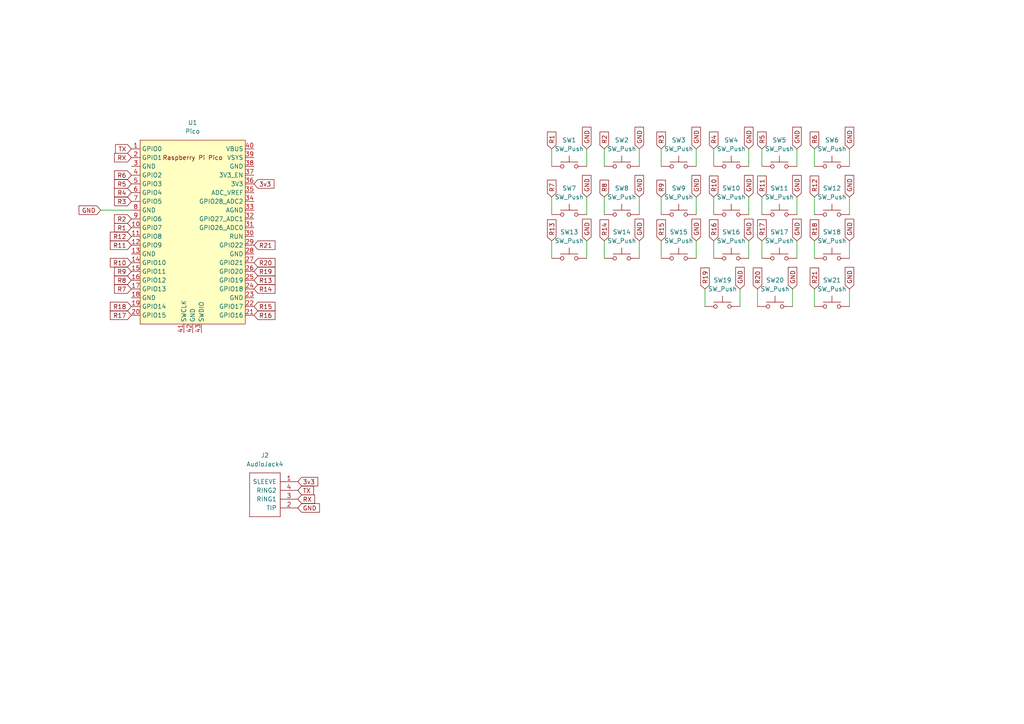
<source format=kicad_sch>
(kicad_sch (version 20230121) (generator eeschema)
  (paper "A4")
  (lib_symbols
    (symbol "Keebio:TRRS" (pin_names (offset 1.016))
      (property "Reference" "U" (at 0 15.24 0))
      (property "Value" "TRRS" (at 0 -2.54 0))
      (symbol "TRRS_0_1"
        (rectangle (start -3.81 0) (end -3.81 12.7))
        (rectangle (start -3.81 12.7) (end 5.08 12.7))
        (rectangle (start 5.08 0) (end -3.81 0))
        (rectangle (start 5.08 12.7) (end 5.08 0))
      )
      (symbol "TRRS_1_1"
        (pin input line (at -8.89 2.54 0) (length 5.08) (name "SLEEVE") (number "1"))
        (pin input line (at -8.89 10.16 0) (length 5.08) (name "TIP") (number "2"))
        (pin input line (at -8.89 7.62 0) (length 5.08) (name "RING1") (number "3"))
        (pin input line (at -8.89 5.08 0) (length 5.08) (name "RING2") (number "4"))
      )
    )
    (symbol "RPi-Pico:Pico"
      (property "Reference" "U" (at -13.97 27.94 0))
      (property "Value" "Pico" (at 0 19.05 0))
      (symbol "Pico_0_0"
        (text "Raspberry Pi Pico" (at 0 21.59 0) (effects (font (size 1.27 1.27))))
      )
      (symbol "Pico_0_1"
        (rectangle (start -15.24 26.67) (end 15.24 -26.67) (fill (type background)))
      )
      (symbol "Pico_1_1"
        (pin bidirectional line (at -17.78 24.13 0) (length 2.54) (name "GPIO0") (number "1"))
        (pin bidirectional line (at -17.78 1.27 0) (length 2.54) (name "GPIO7") (number "10"))
        (pin bidirectional line (at -17.78 -1.27 0) (length 2.54) (name "GPIO8") (number "11"))
        (pin bidirectional line (at -17.78 -3.81 0) (length 2.54) (name "GPIO9") (number "12"))
        (pin power_in line (at -17.78 -6.35 0) (length 2.54) (name "GND") (number "13"))
        (pin bidirectional line (at -17.78 -8.89 0) (length 2.54) (name "GPIO10") (number "14"))
        (pin bidirectional line (at -17.78 -11.43 0) (length 2.54) (name "GPIO11") (number "15"))
        (pin bidirectional line (at -17.78 -13.97 0) (length 2.54) (name "GPIO12") (number "16"))
        (pin bidirectional line (at -17.78 -16.51 0) (length 2.54) (name "GPIO13") (number "17"))
        (pin power_in line (at -17.78 -19.05 0) (length 2.54) (name "GND") (number "18"))
        (pin bidirectional line (at -17.78 -21.59 0) (length 2.54) (name "GPIO14") (number "19"))
        (pin bidirectional line (at -17.78 21.59 0) (length 2.54) (name "GPIO1") (number "2"))
        (pin bidirectional line (at -17.78 -24.13 0) (length 2.54) (name "GPIO15") (number "20"))
        (pin bidirectional line (at 17.78 -24.13 180) (length 2.54) (name "GPIO16") (number "21"))
        (pin bidirectional line (at 17.78 -21.59 180) (length 2.54) (name "GPIO17") (number "22"))
        (pin power_in line (at 17.78 -19.05 180) (length 2.54) (name "GND") (number "23"))
        (pin bidirectional line (at 17.78 -16.51 180) (length 2.54) (name "GPIO18") (number "24"))
        (pin bidirectional line (at 17.78 -13.97 180) (length 2.54) (name "GPIO19") (number "25"))
        (pin bidirectional line (at 17.78 -11.43 180) (length 2.54) (name "GPIO20") (number "26"))
        (pin bidirectional line (at 17.78 -8.89 180) (length 2.54) (name "GPIO21") (number "27"))
        (pin power_in line (at 17.78 -6.35 180) (length 2.54) (name "GND") (number "28"))
        (pin bidirectional line (at 17.78 -3.81 180) (length 2.54) (name "GPIO22") (number "29"))
        (pin power_in line (at -17.78 19.05 0) (length 2.54) (name "GND") (number "3"))
        (pin input line (at 17.78 -1.27 180) (length 2.54) (name "RUN") (number "30"))
        (pin bidirectional line (at 17.78 1.27 180) (length 2.54) (name "GPIO26_ADC0") (number "31"))
        (pin bidirectional line (at 17.78 3.81 180) (length 2.54) (name "GPIO27_ADC1") (number "32"))
        (pin power_in line (at 17.78 6.35 180) (length 2.54) (name "AGND") (number "33"))
        (pin bidirectional line (at 17.78 8.89 180) (length 2.54) (name "GPIO28_ADC2") (number "34"))
        (pin power_in line (at 17.78 11.43 180) (length 2.54) (name "ADC_VREF") (number "35"))
        (pin power_in line (at 17.78 13.97 180) (length 2.54) (name "3V3") (number "36"))
        (pin input line (at 17.78 16.51 180) (length 2.54) (name "3V3_EN") (number "37"))
        (pin bidirectional line (at 17.78 19.05 180) (length 2.54) (name "GND") (number "38"))
        (pin power_in line (at 17.78 21.59 180) (length 2.54) (name "VSYS") (number "39"))
        (pin bidirectional line (at -17.78 16.51 0) (length 2.54) (name "GPIO2") (number "4"))
        (pin power_in line (at 17.78 24.13 180) (length 2.54) (name "VBUS") (number "40"))
        (pin input line (at -2.54 -29.21 90) (length 2.54) (name "SWCLK") (number "41"))
        (pin power_in line (at 0 -29.21 90) (length 2.54) (name "GND") (number "42"))
        (pin bidirectional line (at 2.54 -29.21 90) (length 2.54) (name "SWDIO") (number "43"))
        (pin bidirectional line (at -17.78 13.97 0) (length 2.54) (name "GPIO3") (number "5"))
        (pin bidirectional line (at -17.78 11.43 0) (length 2.54) (name "GPIO4") (number "6"))
        (pin bidirectional line (at -17.78 8.89 0) (length 2.54) (name "GPIO5") (number "7"))
        (pin power_in line (at -17.78 6.35 0) (length 2.54) (name "GND") (number "8"))
        (pin bidirectional line (at -17.78 3.81 0) (length 2.54) (name "GPIO6") (number "9"))
      )
    )
    (symbol "Switch:SW_Push" (pin_numbers hide) (pin_names (offset 1.016) hide)
      (property "Reference" "SW" (at 1.27 2.54 0))
      (property "Value" "SW_Push" (at 0 -1.524 0))
      (symbol "SW_Push_0_1"
        (circle (center -2.032 0) (radius 0.508))
        (polyline (pts (xy 0 1.27) (xy 0 3.048)))
        (polyline (pts (xy 2.54 1.27) (xy -2.54 1.27)))
        (circle (center 2.032 0) (radius 0.508))
        (pin passive line (at -5.08 0 0) (length 2.54) (name "1") (number "1"))
        (pin passive line (at 5.08 0 180) (length 2.54) (name "2") (number "2"))
      )
    )
  )
  (wire (pts (xy 175.26 43.18) (xy 175.26 48.26)))
  (wire (pts (xy 236.22 83.82) (xy 236.22 88.9)))
  (wire (pts (xy 201.93 43.18) (xy 201.93 48.26)))
  (wire (pts (xy 185.42 43.18) (xy 185.42 48.26)))
  (wire (pts (xy 170.18 57.15) (xy 170.18 62.23)))
  (wire (pts (xy 231.14 43.18) (xy 231.14 48.26)))
  (wire (pts (xy 175.26 69.85) (xy 175.26 74.93)))
  (wire (pts (xy 231.14 57.15) (xy 231.14 62.23)))
  (wire (pts (xy 246.38 43.18) (xy 246.38 48.26)))
  (wire (pts (xy 207.01 69.85) (xy 207.01 74.93)))
  (wire (pts (xy 236.22 43.18) (xy 236.22 48.26)))
  (wire (pts (xy 207.01 57.15) (xy 207.01 62.23)))
  (wire (pts (xy 231.14 69.85) (xy 231.14 74.93)))
  (wire (pts (xy 217.17 43.18) (xy 217.17 48.26)))
  (wire (pts (xy 217.17 69.85) (xy 217.17 74.93)))
  (wire (pts (xy 160.02 57.15) (xy 160.02 62.23)))
  (wire (pts (xy 204.47 83.82) (xy 204.47 88.9)))
  (wire (pts (xy 207.01 43.18) (xy 207.01 48.26)))
  (wire (pts (xy 170.18 69.85) (xy 170.18 74.93)))
  (wire (pts (xy 201.93 69.85) (xy 201.93 74.93)))
  (wire (pts (xy 201.93 57.15) (xy 201.93 62.23)))
  (wire (pts (xy 220.98 57.15) (xy 220.98 62.23)))
  (wire (pts (xy 229.87 83.82) (xy 229.87 88.9)))
  (wire (pts (xy 236.22 69.85) (xy 236.22 74.93)))
  (wire (pts (xy 220.98 69.85) (xy 220.98 74.93)))
  (wire (pts (xy 191.77 69.85) (xy 191.77 74.93)))
  (wire (pts (xy 170.18 43.18) (xy 170.18 48.26)))
  (wire (pts (xy 191.77 43.18) (xy 191.77 48.26)))
  (wire (pts (xy 219.71 83.82) (xy 219.71 88.9)))
  (wire (pts (xy 160.02 43.18) (xy 160.02 48.26)))
  (wire (pts (xy 29.21 60.96) (xy 38.1 60.96)))
  (wire (pts (xy 246.38 57.15) (xy 246.38 62.23)))
  (wire (pts (xy 246.38 83.82) (xy 246.38 88.9)))
  (wire (pts (xy 217.17 57.15) (xy 217.17 62.23)))
  (wire (pts (xy 191.77 57.15) (xy 191.77 62.23)))
  (wire (pts (xy 220.98 43.18) (xy 220.98 48.26)))
  (wire (pts (xy 185.42 57.15) (xy 185.42 62.23)))
  (wire (pts (xy 185.42 69.85) (xy 185.42 74.93)))
  (wire (pts (xy 175.26 57.15) (xy 175.26 62.23)))
  (wire (pts (xy 160.02 69.85) (xy 160.02 74.93)))
  (wire (pts (xy 246.38 69.85) (xy 246.38 74.93)))
  (wire (pts (xy 214.63 83.82) (xy 214.63 88.9)))
  (wire (pts (xy 236.22 57.15) (xy 236.22 62.23)))
  (global_label "R17" (shape input) (at 38.1 91.44 180) (property "Intersheetrefs" "${INTERSHEET_REFS}" (effects hide)))
  (global_label "RX" (shape input) (at 38.1 45.72 180) (property "Intersheetrefs" "${INTERSHEET_REFS}" (effects hide)))
  (global_label "R9" (shape input) (at 38.1 78.74 180) (property "Intersheetrefs" "${INTERSHEET_REFS}" (effects hide)))
  (global_label "R2" (shape input) (at 175.26 43.18 90) (property "Intersheetrefs" "${INTERSHEET_REFS}" (effects hide)))
  (global_label "R16" (shape input) (at 73.66 91.44 0) (property "Intersheetrefs" "${INTERSHEET_REFS}" (effects hide)))
  (global_label "R19" (shape input) (at 73.66 78.74 0) (property "Intersheetrefs" "${INTERSHEET_REFS}" (effects hide)))
  (global_label "GND" (shape input) (at 185.42 69.85 90) (property "Intersheetrefs" "${INTERSHEET_REFS}" (effects hide)))
  (global_label "GND" (shape input) (at 217.17 43.18 90) (property "Intersheetrefs" "${INTERSHEET_REFS}" (effects hide)))
  (global_label "GND" (shape input) (at 217.17 57.15 90) (property "Intersheetrefs" "${INTERSHEET_REFS}" (effects hide)))
  (global_label "GND" (shape input) (at 246.38 69.85 90) (property "Intersheetrefs" "${INTERSHEET_REFS}" (effects hide)))
  (global_label "R12" (shape input) (at 236.22 57.15 90) (property "Intersheetrefs" "${INTERSHEET_REFS}" (effects hide)))
  (global_label "R8" (shape input) (at 175.26 57.15 90) (property "Intersheetrefs" "${INTERSHEET_REFS}" (effects hide)))
  (global_label "R17" (shape input) (at 220.98 69.85 90) (property "Intersheetrefs" "${INTERSHEET_REFS}" (effects hide)))
  (global_label "R15" (shape input) (at 191.77 69.85 90) (property "Intersheetrefs" "${INTERSHEET_REFS}" (effects hide)))
  (global_label "R3" (shape input) (at 38.1 58.42 180) (property "Intersheetrefs" "${INTERSHEET_REFS}" (effects hide)))
  (global_label "GND" (shape input) (at 246.38 83.82 90) (property "Intersheetrefs" "${INTERSHEET_REFS}" (effects hide)))
  (global_label "R7" (shape input) (at 160.02 57.15 90) (property "Intersheetrefs" "${INTERSHEET_REFS}" (effects hide)))
  (global_label "R18" (shape input) (at 38.1 88.9 180) (property "Intersheetrefs" "${INTERSHEET_REFS}" (effects hide)))
  (global_label "R21" (shape input) (at 73.66 71.12 0) (property "Intersheetrefs" "${INTERSHEET_REFS}" (effects hide)))
  (global_label "GND" (shape input) (at 201.93 43.18 90) (property "Intersheetrefs" "${INTERSHEET_REFS}" (effects hide)))
  (global_label "R14" (shape input) (at 175.26 69.85 90) (property "Intersheetrefs" "${INTERSHEET_REFS}" (effects hide)))
  (global_label "R6" (shape input) (at 236.22 43.18 90) (property "Intersheetrefs" "${INTERSHEET_REFS}" (effects hide)))
  (global_label "GND" (shape input) (at 246.38 57.15 90) (property "Intersheetrefs" "${INTERSHEET_REFS}" (effects hide)))
  (global_label "R1" (shape input) (at 160.02 43.18 90) (property "Intersheetrefs" "${INTERSHEET_REFS}" (effects hide)))
  (global_label "3v3" (shape input) (at 73.66 53.34 0) (property "Intersheetrefs" "${INTERSHEET_REFS}" (effects hide)))
  (global_label "R2" (shape input) (at 38.1 63.5 180) (property "Intersheetrefs" "${INTERSHEET_REFS}" (effects hide)))
  (global_label "GND" (shape input) (at 214.63 83.82 90) (property "Intersheetrefs" "${INTERSHEET_REFS}" (effects hide)))
  (global_label "GND" (shape input) (at 246.38 43.18 90) (property "Intersheetrefs" "${INTERSHEET_REFS}" (effects hide)))
  (global_label "3v3" (shape input) (at 86.36 139.7 0) (property "Intersheetrefs" "${INTERSHEET_REFS}" (effects hide)))
  (global_label "GND" (shape input) (at 231.14 43.18 90) (property "Intersheetrefs" "${INTERSHEET_REFS}" (effects hide)))
  (global_label "R12" (shape input) (at 38.1 68.58 180) (property "Intersheetrefs" "${INTERSHEET_REFS}" (effects hide)))
  (global_label "R10" (shape input) (at 207.01 57.15 90) (property "Intersheetrefs" "${INTERSHEET_REFS}" (effects hide)))
  (global_label "RX" (shape input) (at 86.36 144.78 0) (property "Intersheetrefs" "${INTERSHEET_REFS}" (effects hide)))
  (global_label "R3" (shape input) (at 191.77 43.18 90) (property "Intersheetrefs" "${INTERSHEET_REFS}" (effects hide)))
  (global_label "GND" (shape input) (at 185.42 57.15 90) (property "Intersheetrefs" "${INTERSHEET_REFS}" (effects hide)))
  (global_label "R1" (shape input) (at 38.1 66.04 180) (property "Intersheetrefs" "${INTERSHEET_REFS}" (effects hide)))
  (global_label "R5" (shape input) (at 220.98 43.18 90) (property "Intersheetrefs" "${INTERSHEET_REFS}" (effects hide)))
  (global_label "R7" (shape input) (at 38.1 83.82 180) (property "Intersheetrefs" "${INTERSHEET_REFS}" (effects hide)))
  (global_label "GND" (shape input) (at 201.93 57.15 90) (property "Intersheetrefs" "${INTERSHEET_REFS}" (effects hide)))
  (global_label "R6" (shape input) (at 38.1 50.8 180) (property "Intersheetrefs" "${INTERSHEET_REFS}" (effects hide)))
  (global_label "R9" (shape input) (at 191.77 57.15 90) (property "Intersheetrefs" "${INTERSHEET_REFS}" (effects hide)))
  (global_label "GND" (shape input) (at 231.14 57.15 90) (property "Intersheetrefs" "${INTERSHEET_REFS}" (effects hide)))
  (global_label "R18" (shape input) (at 236.22 69.85 90) (property "Intersheetrefs" "${INTERSHEET_REFS}" (effects hide)))
  (global_label "GND" (shape input) (at 170.18 43.18 90) (property "Intersheetrefs" "${INTERSHEET_REFS}" (effects hide)))
  (global_label "R13" (shape input) (at 160.02 69.85 90) (property "Intersheetrefs" "${INTERSHEET_REFS}" (effects hide)))
  (global_label "TX" (shape input) (at 86.36 142.24 0) (property "Intersheetrefs" "${INTERSHEET_REFS}" (effects hide)))
  (global_label "R15" (shape input) (at 73.66 88.9 0) (property "Intersheetrefs" "${INTERSHEET_REFS}" (effects hide)))
  (global_label "GND" (shape input) (at 170.18 69.85 90) (property "Intersheetrefs" "${INTERSHEET_REFS}" (effects hide)))
  (global_label "GND" (shape input) (at 185.42 43.18 90) (property "Intersheetrefs" "${INTERSHEET_REFS}" (effects hide)))
  (global_label "R8" (shape input) (at 38.1 81.28 180) (property "Intersheetrefs" "${INTERSHEET_REFS}" (effects hide)))
  (global_label "R21" (shape input) (at 236.22 83.82 90) (property "Intersheetrefs" "${INTERSHEET_REFS}" (effects hide)))
  (global_label "GND" (shape input) (at 217.17 69.85 90) (property "Intersheetrefs" "${INTERSHEET_REFS}" (effects hide)))
  (global_label "GND" (shape input) (at 170.18 57.15 90) (property "Intersheetrefs" "${INTERSHEET_REFS}" (effects hide)))
  (global_label "TX" (shape input) (at 38.1 43.18 180) (property "Intersheetrefs" "${INTERSHEET_REFS}" (effects hide)))
  (global_label "R16" (shape input) (at 207.01 69.85 90) (property "Intersheetrefs" "${INTERSHEET_REFS}" (effects hide)))
  (global_label "R4" (shape input) (at 38.1 55.88 180) (property "Intersheetrefs" "${INTERSHEET_REFS}" (effects hide)))
  (global_label "GND" (shape input) (at 229.87 83.82 90) (property "Intersheetrefs" "${INTERSHEET_REFS}" (effects hide)))
  (global_label "R4" (shape input) (at 207.01 43.18 90) (property "Intersheetrefs" "${INTERSHEET_REFS}" (effects hide)))
  (global_label "GND" (shape input) (at 86.36 147.32 0) (property "Intersheetrefs" "${INTERSHEET_REFS}" (effects hide)))
  (global_label "R10" (shape input) (at 38.1 76.2 180) (property "Intersheetrefs" "${INTERSHEET_REFS}" (effects hide)))
  (global_label "R13" (shape input) (at 73.66 81.28 0) (property "Intersheetrefs" "${INTERSHEET_REFS}" (effects hide)))
  (global_label "R11" (shape input) (at 38.1 71.12 180) (property "Intersheetrefs" "${INTERSHEET_REFS}" (effects hide)))
  (global_label "R5" (shape input) (at 38.1 53.34 180) (property "Intersheetrefs" "${INTERSHEET_REFS}" (effects hide)))
  (global_label "R19" (shape input) (at 204.47 83.82 90) (property "Intersheetrefs" "${INTERSHEET_REFS}" (effects hide)))
  (global_label "R20" (shape input) (at 219.71 83.82 90) (property "Intersheetrefs" "${INTERSHEET_REFS}" (effects hide)))
  (global_label "R11" (shape input) (at 220.98 57.15 90) (property "Intersheetrefs" "${INTERSHEET_REFS}" (effects hide)))
  (global_label "GND" (shape input) (at 231.14 69.85 90) (property "Intersheetrefs" "${INTERSHEET_REFS}" (effects hide)))
  (global_label "GND" (shape input) (at 29.21 60.96 180) (property "Intersheetrefs" "${INTERSHEET_REFS}" (effects hide)))
  (global_label "R14" (shape input) (at 73.66 83.82 0) (property "Intersheetrefs" "${INTERSHEET_REFS}" (effects hide)))
  (global_label "GND" (shape input) (at 201.93 69.85 90) (property "Intersheetrefs" "${INTERSHEET_REFS}" (effects hide)))
  (global_label "R20" (shape input) (at 73.66 76.2 0) (property "Intersheetrefs" "${INTERSHEET_REFS}" (effects hide)))
  (symbol (lib_id "Switch:SW_Push") (at 226.06 62.23 0) (unit 1)
    (property "Reference" "SW11" (at 226.06 54.61 0))
    (property "Value" "SW_Push" (at 226.06 57.15 0))
    (property "Footprint" "ProjectLocal:SW_Redragon_LowProfile_Reversible_PCB_1.00u" (effects hide))
  )
  (symbol (lib_id "RPi-Pico:Pico") (at 55.88 67.31 0) (unit 1)
    (property "Reference" "U1" (at 55.88 35.56 0))
    (property "Value" "Pico" (at 55.88 38.1 0))
    (property "Footprint" "RPiPicoLocal:RPi_Pico_SMD_TH-REV2" (effects hide))
  )
  (symbol (lib_id "Switch:SW_Push") (at 226.06 48.26 0) (unit 1)
    (property "Reference" "SW5" (at 226.06 40.64 0))
    (property "Value" "SW_Push" (at 226.06 43.18 0))
    (property "Footprint" "ProjectLocal:SW_Redragon_LowProfile_Reversible_PCB_1.00u" (effects hide))
  )
  (symbol (lib_id "Switch:SW_Push") (at 241.3 74.93 0) (unit 1)
    (property "Reference" "SW18" (at 241.3 67.31 0))
    (property "Value" "SW_Push" (at 241.3 69.85 0))
    (property "Footprint" "ProjectLocal:SW_Redragon_LowProfile_Reversible_PCB_1.00u" (effects hide))
  )
  (symbol (lib_id "Keebio:TRRS") (at 77.47 137.16 180) (unit 1)
    (property "Reference" "J2" (at 76.835 132.08 0))
    (property "Value" "AudioJack4" (at 76.835 134.62 0))
    (property "Footprint" "KeebioLocal:TRRS-PJ-320A-rev" (effects hide))
  )
  (symbol (lib_id "Switch:SW_Push") (at 165.1 62.23 0) (unit 1)
    (property "Reference" "SW7" (at 165.1 54.61 0))
    (property "Value" "SW_Push" (at 165.1 57.15 0))
    (property "Footprint" "ProjectLocal:SW_Redragon_LowProfile_Reversible_PCB_1.00u" (effects hide))
  )
  (symbol (lib_id "Switch:SW_Push") (at 165.1 74.93 0) (unit 1)
    (property "Reference" "SW13" (at 165.1 67.31 0))
    (property "Value" "SW_Push" (at 165.1 69.85 0))
    (property "Footprint" "ProjectLocal:SW_Redragon_LowProfile_Reversible_PCB_1.00u" (effects hide))
  )
  (symbol (lib_id "Switch:SW_Push") (at 212.09 48.26 0) (unit 1)
    (property "Reference" "SW4" (at 212.09 40.64 0))
    (property "Value" "SW_Push" (at 212.09 43.18 0))
    (property "Footprint" "ProjectLocal:SW_Redragon_LowProfile_Reversible_PCB_1.00u" (effects hide))
  )
  (symbol (lib_id "Switch:SW_Push") (at 212.09 74.93 0) (unit 1)
    (property "Reference" "SW16" (at 212.09 67.31 0))
    (property "Value" "SW_Push" (at 212.09 69.85 0))
    (property "Footprint" "ProjectLocal:SW_Redragon_LowProfile_Reversible_PCB_1.00u" (effects hide))
  )
  (symbol (lib_id "Switch:SW_Push") (at 241.3 62.23 0) (unit 1)
    (property "Reference" "SW12" (at 241.3 54.61 0))
    (property "Value" "SW_Push" (at 241.3 57.15 0))
    (property "Footprint" "ProjectLocal:SW_Redragon_LowProfile_Reversible_PCB_1.00u" (effects hide))
  )
  (symbol (lib_id "Switch:SW_Push") (at 180.34 62.23 0) (unit 1)
    (property "Reference" "SW8" (at 180.34 54.61 0))
    (property "Value" "SW_Push" (at 180.34 57.15 0))
    (property "Footprint" "ProjectLocal:SW_Redragon_LowProfile_Reversible_PCB_1.00u" (effects hide))
  )
  (symbol (lib_id "Switch:SW_Push") (at 241.3 88.9 0) (unit 1)
    (property "Reference" "SW21" (at 241.3 81.28 0))
    (property "Value" "SW_Push" (at 241.3 83.82 0))
    (property "Footprint" "ProjectLocal:SW_Redragon_LowProfile_Reversible_PCB_1.00u" (effects hide))
  )
  (symbol (lib_id "Switch:SW_Push") (at 226.06 74.93 0) (unit 1)
    (property "Reference" "SW17" (at 226.06 67.31 0))
    (property "Value" "SW_Push" (at 226.06 69.85 0))
    (property "Footprint" "ProjectLocal:SW_Redragon_LowProfile_Reversible_PCB_1.00u" (effects hide))
  )
  (symbol (lib_id "Switch:SW_Push") (at 212.09 62.23 0) (unit 1)
    (property "Reference" "SW10" (at 212.09 54.61 0))
    (property "Value" "SW_Push" (at 212.09 57.15 0))
    (property "Footprint" "ProjectLocal:SW_Redragon_LowProfile_Reversible_PCB_1.00u" (effects hide))
  )
  (symbol (lib_id "Switch:SW_Push") (at 196.85 48.26 0) (unit 1)
    (property "Reference" "SW3" (at 196.85 40.64 0))
    (property "Value" "SW_Push" (at 196.85 43.18 0))
    (property "Footprint" "ProjectLocal:SW_Redragon_LowProfile_Reversible_PCB_1.00u" (effects hide))
  )
  (symbol (lib_id "Switch:SW_Push") (at 180.34 74.93 0) (unit 1)
    (property "Reference" "SW14" (at 180.34 67.31 0))
    (property "Value" "SW_Push" (at 180.34 69.85 0))
    (property "Footprint" "ProjectLocal:SW_Redragon_LowProfile_Reversible_PCB_1.00u" (effects hide))
  )
  (symbol (lib_id "Switch:SW_Push") (at 241.3 48.26 0) (unit 1)
    (property "Reference" "SW6" (at 241.3 40.64 0))
    (property "Value" "SW_Push" (at 241.3 43.18 0))
    (property "Footprint" "ProjectLocal:SW_Redragon_LowProfile_Reversible_PCB_1.00u" (effects hide))
  )
  (symbol (lib_id "Switch:SW_Push") (at 165.1 48.26 0) (unit 1)
    (property "Reference" "SW1" (at 165.1 40.64 0))
    (property "Value" "SW_Push" (at 165.1 43.18 0))
    (property "Footprint" "ProjectLocal:SW_Redragon_LowProfile_Reversible_PCB_1.00u" (effects hide))
  )
  (symbol (lib_id "Switch:SW_Push") (at 209.55 88.9 0) (unit 1)
    (property "Reference" "SW19" (at 209.55 81.28 0))
    (property "Value" "SW_Push" (at 209.55 83.82 0))
    (property "Footprint" "ProjectLocal:SW_Redragon_LowProfile_Reversible_PCB_1.00u" (effects hide))
  )
  (symbol (lib_id "Switch:SW_Push") (at 180.34 48.26 0) (unit 1)
    (property "Reference" "SW2" (at 180.34 40.64 0))
    (property "Value" "SW_Push" (at 180.34 43.18 0))
    (property "Footprint" "ProjectLocal:SW_Redragon_LowProfile_Reversible_PCB_1.00u" (effects hide))
  )
  (symbol (lib_id "Switch:SW_Push") (at 196.85 74.93 0) (unit 1)
    (property "Reference" "SW15" (at 196.85 67.31 0))
    (property "Value" "SW_Push" (at 196.85 69.85 0))
    (property "Footprint" "ProjectLocal:SW_Redragon_LowProfile_Reversible_PCB_1.00u" (effects hide))
  )
  (symbol (lib_id "Switch:SW_Push") (at 224.79 88.9 0) (unit 1)
    (property "Reference" "SW20" (at 224.79 81.28 0))
    (property "Value" "SW_Push" (at 224.79 83.82 0))
    (property "Footprint" "ProjectLocal:SW_Redragon_LowProfile_Reversible_PCB_1.00u" (effects hide))
  )
  (symbol (lib_id "Switch:SW_Push") (at 196.85 62.23 0) (unit 1)
    (property "Reference" "SW9" (at 196.85 54.61 0))
    (property "Value" "SW_Push" (at 196.85 57.15 0))
    (property "Footprint" "ProjectLocal:SW_Redragon_LowProfile_Reversible_PCB_1.00u" (effects hide))
  )
)
</source>
